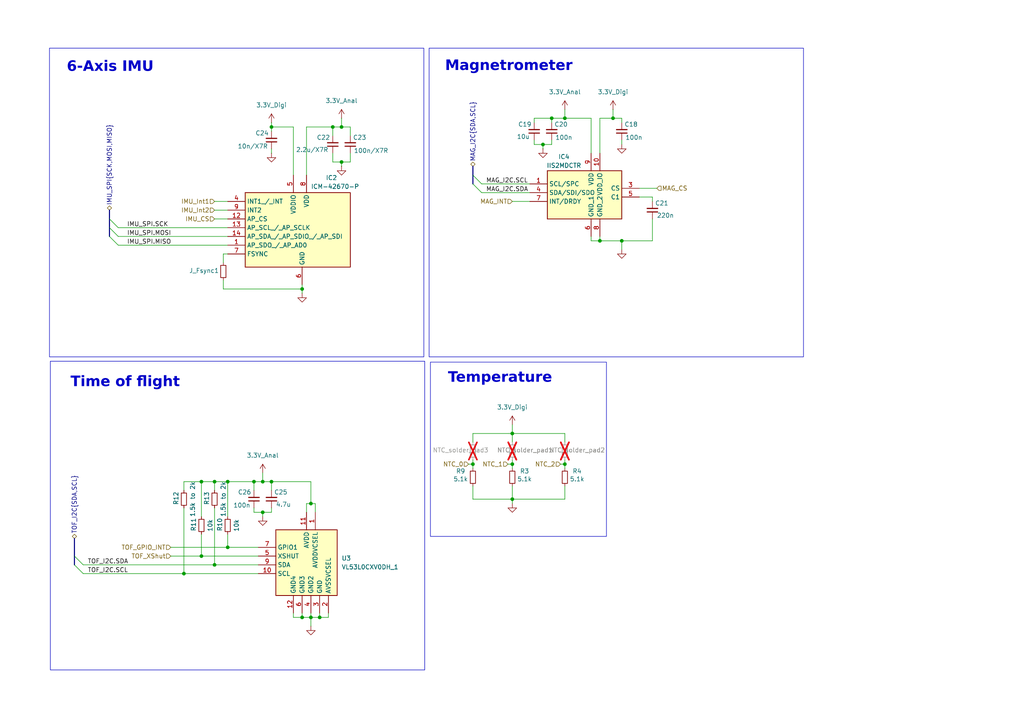
<source format=kicad_sch>
(kicad_sch (version 20231120) (generator "eeschema") (generator_version "8.0")
  (paper "A4")
  (lib_symbols
    (symbol "Device:C_Small" (pin_numbers hide) (pin_names (offset 0.254) hide)
      (property "Reference" "C" (at 0.254 1.778 0))
      (property "Value" "C_Small" (at 0.254 -2.032 0))
      (symbol "C_Small_0_1"
        (polyline (pts (xy -1.524 -0.508) (xy 1.524 -0.508)) (stroke (width 0.3302)))
        (polyline (pts (xy -1.524 0.508) (xy 1.524 0.508)) (stroke (width 0.3048)))
      )
      (symbol "C_Small_1_1"
        (pin passive line (at 0 2.54 270) (length 2.032) (name "~") (number "1"))
        (pin passive line (at 0 -2.54 90) (length 2.032) (name "~") (number "2"))
      )
    )
    (symbol "Device:R_Small" (pin_numbers hide) (pin_names (offset 0.254) hide)
      (property "Reference" "R" (at 0.762 0.508 0))
      (property "Value" "R_Small" (at 0.762 -1.016 0))
      (symbol "R_Small_0_1"
        (rectangle (start -0.762 1.778) (end 0.762 -1.778) (stroke (width 0.2032)))
      )
      (symbol "R_Small_1_1"
        (pin passive line (at 0 2.54 270) (length 0.762) (name "~") (number "1"))
        (pin passive line (at 0 -2.54 90) (length 0.762) (name "~") (number "2"))
      )
    )
    (symbol "FC_Library:ICM-42670-P"
      (property "Reference" "IC" (at 4.826 15.24 0))
      (property "Value" "ICM-42670-P" (at 4.826 12.7 0))
      (symbol "ICM-42670-P_1_1"
        (rectangle (start -15.24 10.16) (end 15.24 -11.43) (stroke (width 0.254)) (fill (type background)))
        (pin passive line (at -20.32 -5.08 0) (length 5.08) (name "AP_SDO_/_AP_AD0") (number "1"))
        (pin no_connect line (at 29.21 7.62 180) (length 5.08) hide (name "RESV_3") (number "10"))
        (pin no_connect line (at 29.21 0 180) (length 5.08) hide (name "RESV_4") (number "11"))
        (pin passive line (at -20.32 2.54 0) (length 5.08) (name "AP_CS") (number "12"))
        (pin passive line (at -20.32 0 0) (length 5.08) (name "AP_SCL_/_AP_SCLK") (number "13"))
        (pin passive line (at -20.32 -2.54 0) (length 5.08) (name "AP_SDA_/_AP_SDIO_/_AP_SDI") (number "14"))
        (pin no_connect line (at 29.21 5.08 180) (length 5.08) hide (name "RESV_1") (number "2"))
        (pin no_connect line (at 29.21 2.54 180) (length 5.08) hide (name "RESV_2") (number "3"))
        (pin passive line (at -20.32 7.62 0) (length 5.08) (name "INT1_/_INT") (number "4"))
        (pin passive line (at -1.27 15.24 270) (length 5.08) (name "VDDIO") (number "5"))
        (pin passive line (at 1.27 -16.51 90) (length 5.08) (name "GND") (number "6"))
        (pin passive line (at -20.32 -7.62 0) (length 5.08) (name "FSYNC") (number "7"))
        (pin passive line (at 2.54 15.24 270) (length 5.08) (name "VDD") (number "8"))
        (pin passive line (at -20.32 5.08 0) (length 5.08) (name "INT2") (number "9"))
      )
    )
    (symbol "FC_Library:IIS2MDCTR"
      (property "Reference" "IC" (at -10.922 11.938 0))
      (property "Value" "IIS2MDCTR" (at -10.922 9.398 0))
      (symbol "IIS2MDCTR_1_1"
        (rectangle (start -10.16 6.35) (end 11.43 -7.62) (stroke (width 0.254)) (fill (type background)))
        (pin passive line (at -15.24 2.54 0) (length 5.08) (name "SCL/SPC") (number "1"))
        (pin passive line (at 5.08 11.43 270) (length 5.08) (name "VDD_IO") (number "10"))
        (pin no_connect line (at 17.78 13.97 180) (length 5.08) hide (name "NC_2") (number "11"))
        (pin no_connect line (at 17.78 11.43 180) (length 5.08) hide (name "NC_3") (number "12"))
        (pin no_connect line (at 17.78 8.89 180) (length 5.08) hide (name "NC_1") (number "2"))
        (pin passive line (at 16.51 1.27 180) (length 5.08) (name "CS") (number "3"))
        (pin passive line (at -15.24 0 0) (length 5.08) (name "SDA/SDI/SDO") (number "4"))
        (pin passive line (at 16.51 -1.27 180) (length 5.08) (name "C1") (number "5"))
        (pin passive line (at 2.54 -12.7 90) (length 5.08) (name "GND_1") (number "6"))
        (pin passive line (at -15.24 -2.54 0) (length 5.08) (name "INT/DRDY") (number "7"))
        (pin passive line (at 5.08 -12.7 90) (length 5.08) (name "GND_2") (number "8"))
        (pin passive line (at 2.54 11.43 270) (length 5.08) (name "VDD") (number "9"))
      )
    )
    (symbol "FC_Library:VL53L0CXV0DH_1"
      (property "Reference" "U" (at 31.75 7.62 0))
      (property "Value" "VL53L0CXV0DH_1" (at 31.75 5.08 0))
      (symbol "VL53L0CXV0DH_1_1_1"
        (rectangle (start 7.62 3.81) (end 25.4 -15.24) (stroke (width 0.254)) (fill (type background)))
        (pin power_in line (at 13.97 8.89 270) (length 5.08) (name "AVDDVCSEL") (number "1"))
        (pin power_in line (at 30.48 -8.89 180) (length 5.08) (name "SCL") (number "10"))
        (pin power_in line (at 16.51 8.89 270) (length 5.08) (name "AVDD") (number "11"))
        (pin power_in line (at 20.32 -20.32 90) (length 5.08) (name "GND4") (number "12"))
        (pin input line (at 10.16 -20.32 90) (length 5.08) (name "AVSSVCSEL") (number "2"))
        (pin bidirectional line (at 12.7 -20.32 90) (length 5.08) (name "GND") (number "3"))
        (pin input line (at 15.24 -20.32 90) (length 5.08) (name "GND2") (number "4"))
        (pin output line (at 30.48 -3.81 180) (length 5.08) (name "XSHUT") (number "5"))
        (pin power_in line (at 17.78 -20.32 90) (length 5.08) (name "GND3") (number "6"))
        (pin input line (at 30.48 -1.27 180) (length 5.08) (name "GPIO1") (number "7"))
        (pin no_connect line (at 38.1 1.27 180) (length 5.08) hide (name "DNC") (number "8"))
        (pin power_in line (at 30.48 -6.35 180) (length 5.08) (name "SDA") (number "9"))
      )
    )
    (symbol "power:+3V3" (power) (pin_numbers hide) (pin_names (offset 0) hide)
      (property "Value" "+3V3" (at 0 3.556 0))
      (symbol "+3V3_0_1"
        (polyline (pts (xy -0.762 1.27) (xy 0 2.54)))
        (polyline (pts (xy 0 0) (xy 0 2.54)))
        (polyline (pts (xy 0 2.54) (xy 0.762 1.27)))
      )
      (symbol "+3V3_1_1"
        (pin power_in line (at 0 0 90) (length 0) (name "~") (number "1"))
      )
    )
    (symbol "power:GND" (power) (pin_numbers hide) (pin_names (offset 0) hide)
      (property "Value" "GND" (at 0 -3.81 0))
      (symbol "GND_0_1"
        (polyline (pts (xy 0 0) (xy 0 -1.27) (xy 1.27 -1.27) (xy 0 -2.54) (xy -1.27 -1.27) (xy 0 -1.27)))
      )
      (symbol "GND_1_1"
        (pin power_in line (at 0 0 270) (length 0) (name "~") (number "1"))
      )
    )
  )
  (junction (at 73.66 139.7))
  (junction (at 87.63 83.82))
  (junction (at 148.59 144.78))
  (junction (at 90.17 146.05))
  (junction (at 180.34 69.85))
  (junction (at 99.06 46.99))
  (junction (at 66.04 139.7))
  (junction (at 62.23 163.83))
  (junction (at 148.59 134.62))
  (junction (at 78.74 139.7))
  (junction (at 78.74 36.83))
  (junction (at 87.63 179.07))
  (junction (at 76.2 148.59))
  (junction (at 163.83 134.62))
  (junction (at 58.42 139.7))
  (junction (at 99.06 36.83))
  (junction (at 90.17 179.07))
  (junction (at 66.04 158.75))
  (junction (at 177.8 34.29))
  (junction (at 62.23 139.7))
  (junction (at 96.52 36.83))
  (junction (at 58.42 161.29))
  (junction (at 148.59 125.73))
  (junction (at 163.83 34.29))
  (junction (at 137.16 134.62))
  (junction (at 53.34 166.37))
  (junction (at 173.99 69.85))
  (junction (at 76.2 139.7))
  (junction (at 92.71 179.07))
  (junction (at 157.48 41.91))
  (junction (at 160.02 34.29))
  (bus_entry (at 137.16 53.34) (size 2.54 2.54))
  (bus_entry (at 21.59 161.29) (size 2.54 2.54))
  (bus_entry (at 137.16 50.8) (size 2.54 2.54))
  (bus_entry (at 31.75 63.5) (size 2.54 2.54))
  (bus_entry (at 21.59 163.83) (size 2.54 2.54))
  (bus_entry (at 31.75 68.58) (size 2.54 2.54))
  (bus_entry (at 31.75 66.04) (size 2.54 2.54))
  (wire (pts (xy 148.59 144.78) (xy 163.83 144.78)))
  (bus (pts (xy 31.75 60.96) (xy 31.75 63.5)))
  (wire (pts (xy 90.17 146.05) (xy 90.17 139.7)))
  (wire (pts (xy 73.66 139.7) (xy 76.2 139.7)))
  (wire (pts (xy 73.66 147.32) (xy 73.66 148.59)))
  (wire (pts (xy 62.23 147.32) (xy 62.23 163.83)))
  (wire (pts (xy 88.9 36.83) (xy 96.52 36.83)))
  (wire (pts (xy 99.06 34.29) (xy 99.06 36.83)))
  (wire (pts (xy 171.45 69.85) (xy 173.99 69.85)))
  (wire (pts (xy 49.53 161.29) (xy 58.42 161.29)))
  (wire (pts (xy 90.17 179.07) (xy 90.17 181.61)))
  (wire (pts (xy 53.34 147.32) (xy 53.34 166.37)))
  (wire (pts (xy 180.34 34.29) (xy 180.34 35.56)))
  (wire (pts (xy 137.16 125.73) (xy 148.59 125.73)))
  (wire (pts (xy 24.13 166.37) (xy 53.34 166.37)))
  (wire (pts (xy 99.06 36.83) (xy 101.6 36.83)))
  (wire (pts (xy 24.13 163.83) (xy 62.23 163.83)))
  (wire (pts (xy 96.52 36.83) (xy 96.52 39.37)))
  (wire (pts (xy 78.74 139.7) (xy 90.17 139.7)))
  (wire (pts (xy 85.09 36.83) (xy 85.09 50.8)))
  (wire (pts (xy 162.56 134.62) (xy 163.83 134.62)))
  (wire (pts (xy 154.94 40.64) (xy 154.94 41.91)))
  (wire (pts (xy 163.83 125.73) (xy 163.83 128.27)))
  (wire (pts (xy 171.45 34.29) (xy 171.45 44.45)))
  (wire (pts (xy 137.16 140.97) (xy 137.16 144.78)))
  (wire (pts (xy 73.66 139.7) (xy 73.66 142.24)))
  (wire (pts (xy 139.7 53.34) (xy 153.67 53.34)))
  (wire (pts (xy 180.34 69.85) (xy 180.34 72.39)))
  (wire (pts (xy 87.63 82.55) (xy 87.63 83.82)))
  (wire (pts (xy 148.59 134.62) (xy 148.59 133.35)))
  (wire (pts (xy 139.7 55.88) (xy 153.67 55.88)))
  (wire (pts (xy 148.59 146.05) (xy 148.59 144.78)))
  (bus (pts (xy 21.59 156.21) (xy 21.59 161.29)))
  (wire (pts (xy 88.9 50.8) (xy 88.9 36.83)))
  (wire (pts (xy 148.59 58.42) (xy 153.67 58.42)))
  (wire (pts (xy 58.42 139.7) (xy 58.42 149.86)))
  (wire (pts (xy 135.89 134.62) (xy 137.16 134.62)))
  (wire (pts (xy 160.02 41.91) (xy 160.02 40.64)))
  (wire (pts (xy 137.16 134.62) (xy 137.16 135.89)))
  (wire (pts (xy 99.06 46.99) (xy 96.52 46.99)))
  (wire (pts (xy 64.77 81.28) (xy 64.77 83.82)))
  (wire (pts (xy 171.45 68.58) (xy 171.45 69.85)))
  (wire (pts (xy 91.44 148.59) (xy 91.44 146.05)))
  (wire (pts (xy 189.23 69.85) (xy 189.23 63.5)))
  (wire (pts (xy 85.09 179.07) (xy 85.09 177.8)))
  (wire (pts (xy 173.99 69.85) (xy 180.34 69.85)))
  (wire (pts (xy 62.23 60.96) (xy 66.04 60.96)))
  (wire (pts (xy 58.42 154.94) (xy 58.42 161.29)))
  (wire (pts (xy 88.9 146.05) (xy 90.17 146.05)))
  (wire (pts (xy 154.94 35.56) (xy 154.94 34.29)))
  (bus (pts (xy 31.75 66.04) (xy 31.75 68.58)))
  (wire (pts (xy 53.34 139.7) (xy 53.34 142.24)))
  (wire (pts (xy 190.5 54.61) (xy 185.42 54.61)))
  (wire (pts (xy 148.59 135.89) (xy 148.59 134.62)))
  (wire (pts (xy 53.34 139.7) (xy 58.42 139.7)))
  (wire (pts (xy 64.77 73.66) (xy 66.04 73.66)))
  (wire (pts (xy 76.2 148.59) (xy 78.74 148.59)))
  (wire (pts (xy 154.94 34.29) (xy 160.02 34.29)))
  (wire (pts (xy 101.6 46.99) (xy 99.06 46.99)))
  (wire (pts (xy 163.83 140.97) (xy 163.83 144.78)))
  (bus (pts (xy 21.59 161.29) (xy 21.59 163.83)))
  (wire (pts (xy 163.83 31.75) (xy 163.83 34.29)))
  (wire (pts (xy 58.42 161.29) (xy 74.93 161.29)))
  (wire (pts (xy 160.02 34.29) (xy 163.83 34.29)))
  (wire (pts (xy 148.59 123.19) (xy 148.59 125.73)))
  (wire (pts (xy 163.83 34.29) (xy 171.45 34.29)))
  (wire (pts (xy 85.09 179.07) (xy 87.63 179.07)))
  (wire (pts (xy 87.63 177.8) (xy 87.63 179.07)))
  (wire (pts (xy 95.25 177.8) (xy 95.25 179.07)))
  (wire (pts (xy 96.52 44.45) (xy 96.52 46.99)))
  (wire (pts (xy 88.9 148.59) (xy 88.9 146.05)))
  (bus (pts (xy 137.16 50.8) (xy 137.16 53.34)))
  (wire (pts (xy 163.83 133.35) (xy 163.83 134.62)))
  (wire (pts (xy 180.34 40.64) (xy 180.34 41.91)))
  (wire (pts (xy 137.16 133.35) (xy 137.16 134.62)))
  (wire (pts (xy 87.63 83.82) (xy 87.63 85.09)))
  (wire (pts (xy 62.23 139.7) (xy 62.23 142.24)))
  (wire (pts (xy 34.29 68.58) (xy 66.04 68.58)))
  (wire (pts (xy 73.66 148.59) (xy 76.2 148.59)))
  (wire (pts (xy 92.71 177.8) (xy 92.71 179.07)))
  (wire (pts (xy 62.23 163.83) (xy 74.93 163.83)))
  (wire (pts (xy 137.16 125.73) (xy 137.16 128.27)))
  (wire (pts (xy 99.06 36.83) (xy 96.52 36.83)))
  (wire (pts (xy 64.77 76.2) (xy 64.77 73.66)))
  (wire (pts (xy 78.74 148.59) (xy 78.74 147.32)))
  (wire (pts (xy 154.94 41.91) (xy 157.48 41.91)))
  (wire (pts (xy 160.02 34.29) (xy 160.02 35.56)))
  (wire (pts (xy 66.04 158.75) (xy 74.93 158.75)))
  (wire (pts (xy 76.2 148.59) (xy 76.2 149.86)))
  (wire (pts (xy 76.2 139.7) (xy 78.74 139.7)))
  (wire (pts (xy 34.29 71.12) (xy 66.04 71.12)))
  (wire (pts (xy 62.23 139.7) (xy 66.04 139.7)))
  (wire (pts (xy 173.99 68.58) (xy 173.99 69.85)))
  (wire (pts (xy 173.99 34.29) (xy 177.8 34.29)))
  (wire (pts (xy 148.59 125.73) (xy 163.83 125.73)))
  (wire (pts (xy 78.74 44.45) (xy 78.74 43.18)))
  (wire (pts (xy 90.17 179.07) (xy 92.71 179.07)))
  (wire (pts (xy 66.04 139.7) (xy 73.66 139.7)))
  (wire (pts (xy 148.59 144.78) (xy 148.59 140.97)))
  (wire (pts (xy 157.48 41.91) (xy 160.02 41.91)))
  (wire (pts (xy 147.32 134.62) (xy 148.59 134.62)))
  (wire (pts (xy 62.23 63.5) (xy 66.04 63.5)))
  (wire (pts (xy 180.34 69.85) (xy 189.23 69.85)))
  (wire (pts (xy 78.74 36.83) (xy 78.74 35.56)))
  (wire (pts (xy 173.99 34.29) (xy 173.99 44.45)))
  (wire (pts (xy 76.2 137.16) (xy 76.2 139.7)))
  (wire (pts (xy 90.17 146.05) (xy 91.44 146.05)))
  (wire (pts (xy 177.8 31.75) (xy 177.8 34.29)))
  (wire (pts (xy 189.23 57.15) (xy 185.42 57.15)))
  (wire (pts (xy 148.59 144.78) (xy 137.16 144.78)))
  (wire (pts (xy 189.23 58.42) (xy 189.23 57.15)))
  (wire (pts (xy 101.6 44.45) (xy 101.6 46.99)))
  (wire (pts (xy 64.77 83.82) (xy 87.63 83.82)))
  (bus (pts (xy 137.16 48.26) (xy 137.16 50.8)))
  (wire (pts (xy 87.63 179.07) (xy 90.17 179.07)))
  (wire (pts (xy 95.25 179.07) (xy 92.71 179.07)))
  (wire (pts (xy 177.8 34.29) (xy 180.34 34.29)))
  (wire (pts (xy 99.06 46.99) (xy 99.06 48.26)))
  (wire (pts (xy 34.29 66.04) (xy 66.04 66.04)))
  (wire (pts (xy 148.59 128.27) (xy 148.59 125.73)))
  (wire (pts (xy 66.04 139.7) (xy 66.04 149.86)))
  (wire (pts (xy 66.04 154.94) (xy 66.04 158.75)))
  (wire (pts (xy 49.53 158.75) (xy 66.04 158.75)))
  (wire (pts (xy 90.17 177.8) (xy 90.17 179.07)))
  (wire (pts (xy 163.83 134.62) (xy 163.83 135.89)))
  (wire (pts (xy 78.74 38.1) (xy 78.74 36.83)))
  (wire (pts (xy 53.34 166.37) (xy 74.93 166.37)))
  (wire (pts (xy 85.09 36.83) (xy 78.74 36.83)))
  (wire (pts (xy 58.42 139.7) (xy 62.23 139.7)))
  (wire (pts (xy 157.48 43.18) (xy 157.48 41.91)))
  (bus (pts (xy 31.75 63.5) (xy 31.75 66.04)))
  (wire (pts (xy 101.6 36.83) (xy 101.6 39.37)))
  (wire (pts (xy 78.74 142.24) (xy 78.74 139.7)))
  (wire (pts (xy 62.23 58.42) (xy 66.04 58.42)))
  (rectangle (start 14.351 13.97) (end 122.936 103.505))
  (rectangle (start 124.46 13.97) (end 233.045 103.505))
  (rectangle (start 124.841 105.029) (end 175.895 155.575))
  (rectangle (start 14.605 104.775) (end 123.19 194.31))
  (text "Temperature" (at 145.034 110.49 0) (effects (font (size 3 3))))
  (text " 6-Axis IMU" (at 31.242 20.32 0) (effects (font (size 3 3))))
  (text "Magnetrometer" (at 147.574 20.066 0) (effects (font (size 3 3))))
  (text "Time of flight" (at 36.322 111.76 0) (effects (font (size 3 3))))
  (label "TOF_I2C.SDA" (at 25.4 163.83 0))
  (label "MAG_I2C.SDA" (at 140.97 55.88 0))
  (label "IMU_SPI.SCK" (at 36.83 66.04 0))
  (label "TOF_I2C.SCL" (at 25.4 166.37 0))
  (label "IMU_SPI.MISO" (at 36.83 71.12 0))
  (label "IMU_SPI.MOSI" (at 36.83 68.58 0))
  (label "MAG_I2C.SCL" (at 140.97 53.34 0))
  (hierarchical_label "TOF_XShut" (shape input) (at 49.53 161.29 180))
  (hierarchical_label "TOF_I2C{SDA,SCL}" (shape bidirectional) (at 21.59 156.21 90))
  (hierarchical_label "NTC_0" (shape input) (at 135.89 134.62 180))
  (hierarchical_label "MAG_INT" (shape input) (at 148.59 58.42 180))
  (hierarchical_label "IMU_SPI{SCK,MOSI,MISO}" (shape bidirectional) (at 31.75 60.96 90))
  (hierarchical_label "NTC_2" (shape input) (at 162.56 134.62 180))
  (hierarchical_label "TOF_GPIO_INT" (shape input) (at 49.53 158.75 180))
  (hierarchical_label "IMU_Int2" (shape input) (at 62.23 60.96 180))
  (hierarchical_label "IMU_Int1" (shape input) (at 62.23 58.42 180))
  (hierarchical_label "MAG_CS" (shape input) (at 190.5 54.61 0))
  (hierarchical_label "NTC_1" (shape input) (at 147.32 134.62 180))
  (hierarchical_label "MAG_I2C{SDA,SCL}" (shape bidirectional) (at 137.16 48.26 90))
  (hierarchical_label "IMU_CS" (shape input) (at 62.23 63.5 180))
  (symbol (lib_id "FC_Library:ICM-42670-P") (at 86.36 66.04 0) (unit 1)
    (property "Reference" "IC2" (at 94.488 51.562 0) (effects (justify left)))
    (property "Value" "ICM-42670-P" (at 90.17 54.102 0) (effects (justify left)))
    (property "Footprint" "ICM42670P" (effects (hide yes)))
    (property "Datasheet" "https://3cfeqx1hf82y3xcoull08ihx-wpengine.netdna-ssl.com/wp-content/uploads/2021/07/DS-000451-ICM-42670-P-v1.0.pdf" (effects (hide yes)))
    (property "Description" "IMUs - Inertial Measurement Units Low-Power, Premium Performance 6-Axis MotionTrackingTM IMU with I3C, I2C and SPI interface in 2.5mm x 3mm Package" (effects (hide yes)))
    (property "Mouser Part Number" "410-ICM-42670-P" (effects (hide yes)))
    (property "Mouser Price/Stock" "https://www.mouser.co.uk/ProductDetail/TDK-InvenSense/ICM-42670-P?qs=iLbezkQI%252BsgK8sMF5V7fQQ%3D%3D" (effects (hide yes)))
    (property "Manufacturer_Name" "TDK" (effects (hide yes)))
    (property "Manufacturer_Part_Number" "ICM-42670-P" (effects (hide yes)))
  )
  (symbol (lib_id "Device:R_Small") (at 163.83 130.81 0) (mirror y) (unit 1) (in_bom no) (dnp yes)
    (property "Reference" "NTC_solder_pad2" (at 167.386 130.556 0))
    (property "Value" "0" (effects (hide yes)))
    (property "Footprint" "Resistor_SMD:R_0805_2012Metric_Pad1.20x1.40mm_HandSolder" (effects (hide yes)))
    (property "Description" "Resistor, small symbol" (effects (hide yes)))
  )
  (symbol (lib_id "Device:C_Small") (at 96.52 41.91 0) (mirror x) (unit 1)
    (property "Reference" "C22" (at 95.758 39.878 0) (effects (justify right)))
    (property "Value" "2.2u/X7R" (at 95.25 43.434 0) (effects (justify right)))
    (property "Footprint" "Capacitor_SMD:C_0603_1608Metric" (effects (hide yes)))
    (property "Description" "Unpolarized capacitor, small symbol" (effects (hide yes)))
  )
  (symbol (lib_id "power:+3V3") (at 163.83 31.75 0) (unit 1)
    (property "Reference" "#PWR032" (effects (hide yes)))
    (property "Value" "3.3V_Anal" (at 163.83 26.67 0))
    (property "Description" "Power symbol creates a global label with name \"+3V3\"" (effects (hide yes)))
  )
  (symbol (lib_id "power:GND") (at 180.34 72.39 0) (mirror y) (unit 1)
    (property "Reference" "#PWR031" (effects (hide yes)))
    (property "Value" "GND" (effects (hide yes)))
    (property "Description" "Power symbol creates a global label with name \"GND\" , ground" (effects (hide yes)))
  )
  (symbol (lib_id "power:GND") (at 78.74 44.45 0) (mirror y) (unit 1)
    (property "Reference" "#PWR038" (effects (hide yes)))
    (property "Value" "GND" (effects (hide yes)))
    (property "Description" "Power symbol creates a global label with name \"GND\" , ground" (effects (hide yes)))
  )
  (symbol (lib_id "Device:R_Small") (at 62.23 144.78 0) (unit 1)
    (property "Reference" "R13" (at 59.944 144.526 90))
    (property "Value" "1.5k to 2k" (at 64.77 144.78 90))
    (property "Footprint" "Resistor_SMD:R_0603_1608Metric" (effects (hide yes)))
    (property "Description" "Resistor, small symbol" (effects (hide yes)))
  )
  (symbol (lib_id "power:+3V3") (at 99.06 34.29 0) (unit 1)
    (property "Reference" "#PWR036" (effects (hide yes)))
    (property "Value" "3.3V_Anal" (at 99.06 29.21 0))
    (property "Description" "Power symbol creates a global label with name \"+3V3\"" (effects (hide yes)))
  )
  (symbol (lib_id "power:GND") (at 157.48 43.18 0) (mirror y) (unit 1)
    (property "Reference" "#PWR030" (effects (hide yes)))
    (property "Value" "GND" (effects (hide yes)))
    (property "Description" "Power symbol creates a global label with name \"GND\" , ground" (effects (hide yes)))
  )
  (symbol (lib_id "Device:R_Small") (at 66.04 152.4 0) (unit 1)
    (property "Reference" "R10" (at 63.754 152.146 90))
    (property "Value" "10k" (at 68.58 152.4 90))
    (property "Footprint" "Resistor_SMD:R_0603_1608Metric" (effects (hide yes)))
    (property "Description" "Resistor, small symbol" (effects (hide yes)))
  )
  (symbol (lib_id "Device:C_Small") (at 189.23 60.96 180) (unit 1)
    (property "Reference" "C21" (at 189.992 58.928 0) (effects (justify right)))
    (property "Value" "220n" (at 190.5 62.484 0) (effects (justify right)))
    (property "Footprint" "Capacitor_SMD:C_0603_1608Metric" (effects (hide yes)))
    (property "Description" "Unpolarized capacitor, small symbol" (effects (hide yes)))
  )
  (symbol (lib_id "power:GND") (at 148.59 146.05 0) (unit 1)
    (property "Reference" "#PWR043" (effects (hide yes)))
    (property "Value" "GND" (effects (hide yes)))
    (property "Description" "Power symbol creates a global label with name \"GND\" , ground" (effects (hide yes)))
  )
  (symbol (lib_id "Device:C_Small") (at 78.74 144.78 180) (unit 1)
    (property "Reference" "C25" (at 79.502 142.748 0) (effects (justify right)))
    (property "Value" "4.7u" (at 80.01 146.304 0) (effects (justify right)))
    (property "Footprint" "Capacitor_SMD:C_0603_1608Metric" (effects (hide yes)))
    (property "Description" "Unpolarized capacitor, small symbol" (effects (hide yes)))
  )
  (symbol (lib_id "power:GND") (at 87.63 85.09 0) (mirror y) (unit 1)
    (property "Reference" "#PWR040" (effects (hide yes)))
    (property "Value" "GND" (effects (hide yes)))
    (property "Description" "Power symbol creates a global label with name \"GND\" , ground" (effects (hide yes)))
  )
  (symbol (lib_id "FC_Library:VL53L0CXV0DH_1") (at 105.41 157.48 0) (mirror y) (unit 1)
    (property "Reference" "U3" (at 99.06 161.9249 0) (effects (justify right)))
    (property "Value" "VL53L0CXV0DH_1" (at 99.06 164.4649 0) (effects (justify right)))
    (property "Footprint" "LGA12_1" (effects (hide yes)))
    (property "Datasheet" "http://www.st.com/content/ccc/resource/technical/document/datasheet/group3/b2/1e/33/77/c6/92/47/6b/DM00279086/files/DM00279086.pdf/jcr:content/translations/en.DM00279086.pdf" (effects (hide yes)))
    (property "Description" "STMICROELECTRONICS - VL53L0CXV0DH/1 - GESTURE DETECTION SENSOR, DIGITAL, LGA12" (effects (hide yes)))
    (property "Mouser Part Number" "511-VL53L0CXV0DH/1" (effects (hide yes)))
    (property "Mouser Price/Stock" "https://www.mouser.co.uk/ProductDetail/STMicroelectronics/VL53L0CXV0DH-1?qs=dTJS0cRn7ojtsK3C9%252BTaSw%3D%3D" (effects (hide yes)))
    (property "Manufacturer_Name" "STMicroelectronics" (effects (hide yes)))
    (property "Manufacturer_Part_Number" "VL53L0CXV0DH/1" (effects (hide yes)))
  )
  (symbol (lib_id "Device:R_Small") (at 163.83 138.43 0) (mirror y) (unit 1)
    (property "Reference" "R4" (at 167.386 136.652 0))
    (property "Value" "5.1k" (at 167.386 138.938 0))
    (property "Footprint" "Resistor_SMD:R_0603_1608Metric" (effects (hide yes)))
    (property "Description" "Resistor, small symbol" (effects (hide yes)))
  )
  (symbol (lib_id "Device:R_Small") (at 58.42 152.4 0) (unit 1)
    (property "Reference" "R11" (at 56.134 152.146 90))
    (property "Value" "10k" (at 60.96 152.4 90))
    (property "Footprint" "Resistor_SMD:R_0603_1608Metric" (effects (hide yes)))
    (property "Description" "Resistor, small symbol" (effects (hide yes)))
  )
  (symbol (lib_id "Device:C_Small") (at 160.02 38.1 180) (unit 1)
    (property "Reference" "C20" (at 160.782 36.068 0) (effects (justify right)))
    (property "Value" "100n" (at 161.036 39.878 0) (effects (justify right)))
    (property "Footprint" "Capacitor_SMD:C_0402_1005Metric" (effects (hide yes)))
    (property "Description" "Unpolarized capacitor, small symbol" (effects (hide yes)))
  )
  (symbol (lib_id "power:GND") (at 76.2 149.86 0) (unit 1)
    (property "Reference" "#PWR039" (effects (hide yes)))
    (property "Value" "GND" (effects (hide yes)))
    (property "Description" "Power symbol creates a global label with name \"GND\" , ground" (effects (hide yes)))
  )
  (symbol (lib_id "Device:C_Small") (at 73.66 144.78 0) (mirror x) (unit 1)
    (property "Reference" "C26" (at 72.898 142.748 0) (effects (justify right)))
    (property "Value" "100n" (at 72.644 146.558 0) (effects (justify right)))
    (property "Footprint" "Capacitor_SMD:C_0402_1005Metric" (effects (hide yes)))
    (property "Description" "Unpolarized capacitor, small symbol" (effects (hide yes)))
  )
  (symbol (lib_id "Device:R_Small") (at 53.34 144.78 0) (unit 1)
    (property "Reference" "R12" (at 51.054 144.526 90))
    (property "Value" "1.5k to 2k" (at 55.88 144.78 90))
    (property "Footprint" "Resistor_SMD:R_0603_1608Metric" (effects (hide yes)))
    (property "Description" "Resistor, small symbol" (effects (hide yes)))
  )
  (symbol (lib_id "Device:C_Small") (at 154.94 38.1 0) (mirror x) (unit 1)
    (property "Reference" "C19" (at 154.178 36.068 0) (effects (justify right)))
    (property "Value" "10u" (at 153.67 39.624 0) (effects (justify right)))
    (property "Footprint" "Capacitor_SMD:C_0603_1608Metric" (effects (hide yes)))
    (property "Description" "Unpolarized capacitor, small symbol" (effects (hide yes)))
  )
  (symbol (lib_id "FC_Library:IIS2MDCTR") (at 168.91 55.88 0) (unit 1)
    (property "Reference" "IC4" (at 163.576 45.466 0))
    (property "Value" "IIS2MDCTR" (at 163.576 48.006 0))
    (property "Footprint" "IIS2MDCTR" (effects (hide yes)))
    (property "Datasheet" "https://www.st.com/resource/en/datasheet/iis2mdc.pdf" (effects (hide yes)))
    (property "Description" "STMICROELECTRONICS - IIS2MDCTR - MEMS MODULE, 3-AXIS MAGNETOMETER, LGA-12" (effects (hide yes)))
    (property "Height" "0.7" (effects (hide yes)))
    (property "Mouser Part Number" "511-IIS2MDCTR" (effects (hide yes)))
    (property "Mouser Price/Stock" "https://www.mouser.co.uk/ProductDetail/STMicroelectronics/IIS2MDCTR?qs=1mbolxNpo8ems1K%2FRdQzXg%3D%3D" (effects (hide yes)))
    (property "Manufacturer_Name" "STMicroelectronics" (effects (hide yes)))
    (property "Manufacturer_Part_Number" "IIS2MDCTR" (effects (hide yes)))
  )
  (symbol (lib_id "power:GND") (at 90.17 181.61 0) (unit 1)
    (property "Reference" "#PWR041" (effects (hide yes)))
    (property "Value" "GND" (effects (hide yes)))
    (property "Description" "Power symbol creates a global label with name \"GND\" , ground" (effects (hide yes)))
  )
  (symbol (lib_id "Device:C_Small") (at 78.74 40.64 0) (mirror x) (unit 1)
    (property "Reference" "C24" (at 77.978 38.608 0) (effects (justify right)))
    (property "Value" "10n/X7R" (at 77.724 42.418 0) (effects (justify right)))
    (property "Footprint" "Capacitor_SMD:C_0402_1005Metric" (effects (hide yes)))
    (property "Description" "Unpolarized capacitor, small symbol" (effects (hide yes)))
  )
  (symbol (lib_id "Device:C_Small") (at 180.34 38.1 180) (unit 1)
    (property "Reference" "C18" (at 181.102 36.068 0) (effects (justify right)))
    (property "Value" "100n" (at 181.356 39.878 0) (effects (justify right)))
    (property "Footprint" "Capacitor_SMD:C_0402_1005Metric" (effects (hide yes)))
    (property "Description" "Unpolarized capacitor, small symbol" (effects (hide yes)))
  )
  (symbol (lib_id "Device:C_Small") (at 101.6 41.91 180) (unit 1)
    (property "Reference" "C23" (at 102.362 39.878 0) (effects (justify right)))
    (property "Value" "100n/X7R" (at 102.616 43.688 0) (effects (justify right)))
    (property "Footprint" "Capacitor_SMD:C_0402_1005Metric" (effects (hide yes)))
    (property "Description" "Unpolarized capacitor, small symbol" (effects (hide yes)))
  )
  (symbol (lib_id "Device:R_Small") (at 137.16 130.81 0) (unit 1) (in_bom no) (dnp yes)
    (property "Reference" "NTC_solder_pad3" (at 133.604 130.556 0))
    (property "Value" "0" (effects (hide yes)))
    (property "Footprint" "Resistor_SMD:R_0805_2012Metric_Pad1.20x1.40mm_HandSolder" (effects (hide yes)))
    (property "Description" "Resistor, small symbol" (effects (hide yes)))
  )
  (symbol (lib_id "power:GND") (at 180.34 41.91 0) (mirror y) (unit 1)
    (property "Reference" "#PWR034" (effects (hide yes)))
    (property "Value" "GND" (effects (hide yes)))
    (property "Description" "Power symbol creates a global label with name \"GND\" , ground" (effects (hide yes)))
  )
  (symbol (lib_id "Device:R_Small") (at 148.59 138.43 0) (mirror y) (unit 1)
    (property "Reference" "R3" (at 152.146 136.652 0))
    (property "Value" "5.1k" (at 152.146 138.938 0))
    (property "Footprint" "Resistor_SMD:R_0603_1608Metric" (effects (hide yes)))
    (property "Description" "Resistor, small symbol" (effects (hide yes)))
  )
  (symbol (lib_id "Device:R_Small") (at 148.59 130.81 0) (mirror y) (unit 1) (in_bom no) (dnp yes)
    (property "Reference" "NTC_solder_pad1" (at 152.273 130.556 0))
    (property "Value" "0" (effects (hide yes)))
    (property "Footprint" "Resistor_SMD:R_0805_2012Metric_Pad1.20x1.40mm_HandSolder" (effects (hide yes)))
    (property "Description" "Resistor, small symbol" (effects (hide yes)))
  )
  (symbol (lib_id "power:+3V3") (at 78.74 35.56 0) (unit 1)
    (property "Reference" "#PWR037" (effects (hide yes)))
    (property "Value" "3.3V_Digi" (at 78.74 30.48 0))
    (property "Description" "Power symbol creates a global label with name \"+3V3\"" (effects (hide yes)))
  )
  (symbol (lib_id "power:GND") (at 99.06 48.26 0) (mirror y) (unit 1)
    (property "Reference" "#PWR035" (effects (hide yes)))
    (property "Value" "GND" (effects (hide yes)))
    (property "Description" "Power symbol creates a global label with name \"GND\" , ground" (effects (hide yes)))
  )
  (symbol (lib_id "Device:R_Small") (at 64.77 78.74 0) (unit 1)
    (property "Reference" "J_Fsync1" (at 59.182 78.486 0))
    (property "Value" "0" (effects (hide yes)))
    (property "Footprint" "Resistor_SMD:R_0603_1608Metric" (effects (hide yes)))
    (property "Description" "Resistor, small symbol" (effects (hide yes)))
  )
  (symbol (lib_id "power:+3V3") (at 148.59 123.19 0) (unit 1)
    (property "Reference" "#PWR045" (effects (hide yes)))
    (property "Value" "3.3V_Digi" (at 148.59 118.11 0))
    (property "Description" "Power symbol creates a global label with name \"+3V3\"" (effects (hide yes)))
  )
  (symbol (lib_id "power:+3V3") (at 177.8 31.75 0) (unit 1)
    (property "Reference" "#PWR033" (effects (hide yes)))
    (property "Value" "3.3V_Digi" (at 177.8 26.67 0))
    (property "Description" "Power symbol creates a global label with name \"+3V3\"" (effects (hide yes)))
  )
  (symbol (lib_id "power:+3V3") (at 76.2 137.16 0) (mirror y) (unit 1)
    (property "Reference" "#PWR042" (effects (hide yes)))
    (property "Value" "3.3V_Anal" (at 76.2 132.08 0))
    (property "Description" "Power symbol creates a global label with name \"+3V3\"" (effects (hide yes)))
  )
  (symbol (lib_id "Device:R_Small") (at 137.16 138.43 0) (unit 1)
    (property "Reference" "R9" (at 133.604 136.652 0))
    (property "Value" "5.1k" (at 133.604 138.938 0))
    (property "Footprint" "Resistor_SMD:R_0603_1608Metric" (effects (hide yes)))
    (property "Description" "Resistor, small symbol" (effects (hide yes)))
  )
)
</source>
